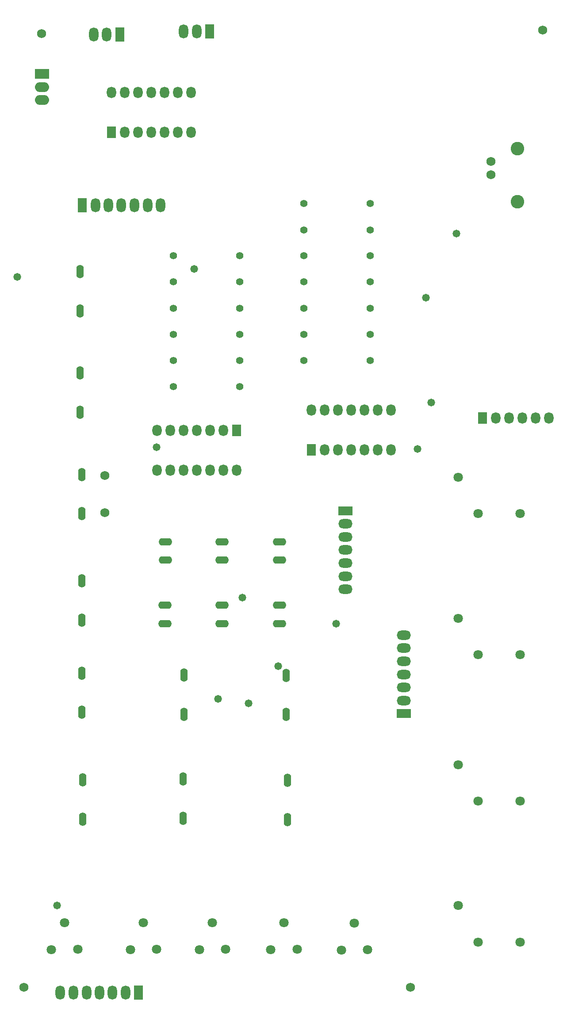
<source format=gts>
%FSTAX23Y23*%
%MOIN*%
%SFA1B1*%

%IPPOS*%
%ADD14C,0.068000*%
%ADD15O,0.055240X0.102000*%
%ADD16C,0.070990*%
%ADD17R,0.070990X0.086740*%
%ADD18O,0.070990X0.086740*%
%ADD19R,0.106420X0.074930*%
%ADD20O,0.106420X0.074930*%
%ADD21C,0.102490*%
%ADD22O,0.070990X0.106420*%
%ADD23R,0.070990X0.106420*%
%ADD24R,0.106420X0.070990*%
%ADD25O,0.106420X0.070990*%
%ADD26O,0.102000X0.055240*%
%ADD27C,0.055240*%
%ADD28C,0.058000*%
%LNfuncgen-1*%
%LPD*%
G54D14*
X0632Y0456D03*
Y0484D03*
X09228Y07206D03*
X09229Y07107D03*
X05842Y08169D03*
X05708Y00984D03*
X09618Y08196D03*
X08622Y00984D03*
G54D15*
X06133Y05614D03*
Y05318D03*
X06145Y04047D03*
Y03751D03*
X06133Y06082D03*
Y06377D03*
X06145Y03057D03*
Y03352D03*
Y04848D03*
Y04553D03*
X06153Y02251D03*
Y02547D03*
X06917Y03041D03*
Y03336D03*
X07696Y02248D03*
Y02543D03*
X06909Y02257D03*
Y02553D03*
X07685Y03039D03*
Y03334D03*
G54D16*
X05917Y01267D03*
X06115Y01272D03*
X06015Y01472D03*
X0661D03*
X06709Y01272D03*
X06511Y01267D03*
X07129Y01472D03*
X07229Y01272D03*
X07031Y01267D03*
X07669Y01472D03*
X07768Y01272D03*
X0757Y01267D03*
X082Y01468D03*
X083Y01268D03*
X08102Y01263D03*
X08983Y01599D03*
X09133Y01324D03*
X09448D03*
X08983Y02662D03*
X09133Y02387D03*
X09448D03*
X08983Y04827D03*
X09133Y04553D03*
X09448D03*
X08983Y03764D03*
X09133Y0349D03*
X09448D03*
G54D17*
X06369Y07428D03*
X07311Y05181D03*
X07877Y05035D03*
X09166Y05275D03*
G54D18*
X06469Y07428D03*
X06569D03*
X06669D03*
X06769D03*
X06869D03*
X06969D03*
X06369Y07728D03*
X06469D03*
X06569D03*
X06669D03*
X06769D03*
X06869D03*
X06969D03*
X06711Y04881D03*
X06811D03*
X06911D03*
X07011D03*
X07111D03*
X07211D03*
X07311D03*
X06711Y05181D03*
X06811D03*
X06911D03*
X07011D03*
X07111D03*
X07211D03*
X08477Y05335D03*
X08377D03*
X08277D03*
X08177D03*
X08077D03*
X07977D03*
X07877D03*
X08477Y05035D03*
X08377D03*
X08277D03*
X08177D03*
X08077D03*
X07977D03*
X09666Y05275D03*
X09566D03*
X09466D03*
X09366D03*
X09266D03*
G54D19*
X05846Y07866D03*
G54D20*
X05846Y07767D03*
Y07669D03*
G54D21*
X09429Y07303D03*
Y06905D03*
G54D22*
X06913Y08188D03*
X07011D03*
X06236Y08165D03*
X06334D03*
X06248Y06877D03*
X06346D03*
X06444D03*
X06543D03*
X06641D03*
X0674D03*
X06476Y00944D03*
X06377D03*
X06279D03*
X06181D03*
X06082D03*
X05984D03*
G54D23*
X0711Y08188D03*
X06433Y08165D03*
X06149Y06877D03*
X06574Y00944D03*
G54D24*
X08133Y04574D03*
X08574Y03047D03*
G54D25*
X08133Y04476D03*
Y04377D03*
Y04279D03*
Y04181D03*
Y04082D03*
Y03984D03*
X08574Y03145D03*
Y03244D03*
Y03342D03*
Y0344D03*
Y03539D03*
Y03637D03*
G54D26*
X07204Y04342D03*
Y04204D03*
X06775Y04342D03*
Y04204D03*
X07637Y04342D03*
Y04204D03*
X06771Y03863D03*
Y03725D03*
X07204Y03863D03*
Y03725D03*
X07637Y03863D03*
Y03725D03*
G54D27*
X07336Y05511D03*
X06836D03*
X07336Y05708D03*
X06836D03*
Y05905D03*
X07336D03*
Y06102D03*
X06836D03*
X0832Y06496D03*
X0782D03*
Y06299D03*
X0832D03*
X06836Y06496D03*
X07336D03*
X0832Y06102D03*
X0782D03*
Y05905D03*
X0832D03*
Y05708D03*
X0782D03*
X07336Y06299D03*
X06836D03*
X0832Y06889D03*
X0782D03*
X0832Y06692D03*
X0782D03*
G54D28*
X08968Y06665D03*
X08677Y05039D03*
X08779Y05389D03*
X06992Y06397D03*
X06708Y05055D03*
X05958Y01602D03*
X08738Y0618D03*
X07627Y03404D03*
X07172Y03156D03*
X0566Y06338D03*
X08064Y03725D03*
X07402Y03124D03*
X07357Y03919D03*
M02*
</source>
